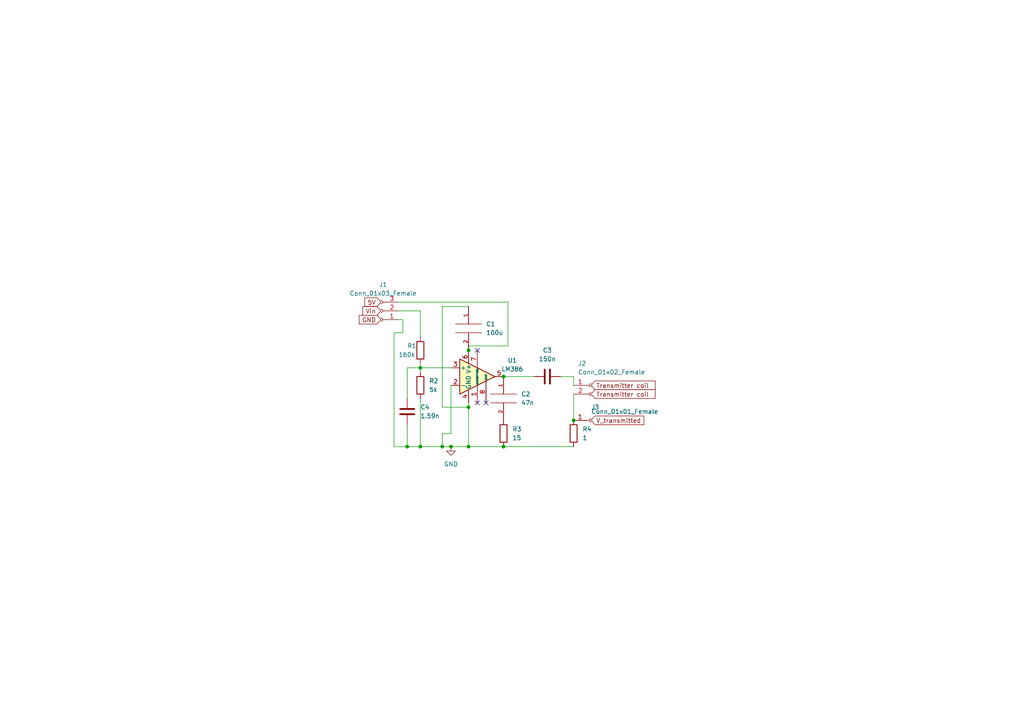
<source format=kicad_sch>
(kicad_sch (version 20211123) (generator eeschema)

  (uuid db80ce8c-85bb-424c-8aca-1537cec09f48)

  (paper "A4")

  (lib_symbols
    (symbol "Amplifier_Audio:LM386" (pin_names (offset 0.127)) (in_bom yes) (on_board yes)
      (property "Reference" "U" (id 0) (at 1.27 7.62 0)
        (effects (font (size 1.27 1.27)) (justify left))
      )
      (property "Value" "LM386" (id 1) (at 1.27 5.08 0)
        (effects (font (size 1.27 1.27)) (justify left))
      )
      (property "Footprint" "" (id 2) (at 2.54 2.54 0)
        (effects (font (size 1.27 1.27)) hide)
      )
      (property "Datasheet" "http://www.ti.com/lit/ds/symlink/lm386.pdf" (id 3) (at 5.08 5.08 0)
        (effects (font (size 1.27 1.27)) hide)
      )
      (property "ki_keywords" "single Power opamp" (id 4) (at 0 0 0)
        (effects (font (size 1.27 1.27)) hide)
      )
      (property "ki_description" "Low Voltage Audio Power Amplifier, DIP-8/SOIC-8/SSOP-8" (id 5) (at 0 0 0)
        (effects (font (size 1.27 1.27)) hide)
      )
      (property "ki_fp_filters" "SOIC*3.9x4.9mm*P1.27mm* DIP*W7.62mm* MSSOP*P0.65mm* TSSOP*3x3mm*P0.5mm*" (id 6) (at 0 0 0)
        (effects (font (size 1.27 1.27)) hide)
      )
      (symbol "LM386_0_1"
        (polyline
          (pts
            (xy 5.08 0)
            (xy -5.08 5.08)
            (xy -5.08 -5.08)
            (xy 5.08 0)
          )
          (stroke (width 0.254) (type default) (color 0 0 0 0))
          (fill (type background))
        )
      )
      (symbol "LM386_1_1"
        (pin input line (at 0 -7.62 90) (length 5.08)
          (name "GAIN" (effects (font (size 0.508 0.508))))
          (number "1" (effects (font (size 1.27 1.27))))
        )
        (pin input line (at -7.62 -2.54 0) (length 2.54)
          (name "-" (effects (font (size 1.27 1.27))))
          (number "2" (effects (font (size 1.27 1.27))))
        )
        (pin input line (at -7.62 2.54 0) (length 2.54)
          (name "+" (effects (font (size 1.27 1.27))))
          (number "3" (effects (font (size 1.27 1.27))))
        )
        (pin power_in line (at -2.54 -7.62 90) (length 3.81)
          (name "GND" (effects (font (size 1.27 1.27))))
          (number "4" (effects (font (size 1.27 1.27))))
        )
        (pin output line (at 7.62 0 180) (length 2.54)
          (name "~" (effects (font (size 1.27 1.27))))
          (number "5" (effects (font (size 1.27 1.27))))
        )
        (pin power_in line (at -2.54 7.62 270) (length 3.81)
          (name "V+" (effects (font (size 1.27 1.27))))
          (number "6" (effects (font (size 1.27 1.27))))
        )
        (pin input line (at 0 7.62 270) (length 5.08)
          (name "BYPASS" (effects (font (size 0.508 0.508))))
          (number "7" (effects (font (size 1.27 1.27))))
        )
        (pin input line (at 2.54 -7.62 90) (length 6.35)
          (name "GAIN" (effects (font (size 0.508 0.508))))
          (number "8" (effects (font (size 1.27 1.27))))
        )
      )
    )
    (symbol "Connector:Conn_01x01_Female" (pin_names (offset 1.016) hide) (in_bom yes) (on_board yes)
      (property "Reference" "J" (id 0) (at 0 2.54 0)
        (effects (font (size 1.27 1.27)))
      )
      (property "Value" "Conn_01x01_Female" (id 1) (at 0 -2.54 0)
        (effects (font (size 1.27 1.27)))
      )
      (property "Footprint" "" (id 2) (at 0 0 0)
        (effects (font (size 1.27 1.27)) hide)
      )
      (property "Datasheet" "~" (id 3) (at 0 0 0)
        (effects (font (size 1.27 1.27)) hide)
      )
      (property "ki_keywords" "connector" (id 4) (at 0 0 0)
        (effects (font (size 1.27 1.27)) hide)
      )
      (property "ki_description" "Generic connector, single row, 01x01, script generated (kicad-library-utils/schlib/autogen/connector/)" (id 5) (at 0 0 0)
        (effects (font (size 1.27 1.27)) hide)
      )
      (property "ki_fp_filters" "Connector*:*" (id 6) (at 0 0 0)
        (effects (font (size 1.27 1.27)) hide)
      )
      (symbol "Conn_01x01_Female_1_1"
        (polyline
          (pts
            (xy -1.27 0)
            (xy -0.508 0)
          )
          (stroke (width 0.1524) (type default) (color 0 0 0 0))
          (fill (type none))
        )
        (arc (start 0 0.508) (mid -0.508 0) (end 0 -0.508)
          (stroke (width 0.1524) (type default) (color 0 0 0 0))
          (fill (type none))
        )
        (pin passive line (at -5.08 0 0) (length 3.81)
          (name "Pin_1" (effects (font (size 1.27 1.27))))
          (number "1" (effects (font (size 1.27 1.27))))
        )
      )
    )
    (symbol "Connector:Conn_01x02_Female" (pin_names (offset 1.016) hide) (in_bom yes) (on_board yes)
      (property "Reference" "J" (id 0) (at 0 2.54 0)
        (effects (font (size 1.27 1.27)))
      )
      (property "Value" "Conn_01x02_Female" (id 1) (at 0 -5.08 0)
        (effects (font (size 1.27 1.27)))
      )
      (property "Footprint" "" (id 2) (at 0 0 0)
        (effects (font (size 1.27 1.27)) hide)
      )
      (property "Datasheet" "~" (id 3) (at 0 0 0)
        (effects (font (size 1.27 1.27)) hide)
      )
      (property "ki_keywords" "connector" (id 4) (at 0 0 0)
        (effects (font (size 1.27 1.27)) hide)
      )
      (property "ki_description" "Generic connector, single row, 01x02, script generated (kicad-library-utils/schlib/autogen/connector/)" (id 5) (at 0 0 0)
        (effects (font (size 1.27 1.27)) hide)
      )
      (property "ki_fp_filters" "Connector*:*_1x??_*" (id 6) (at 0 0 0)
        (effects (font (size 1.27 1.27)) hide)
      )
      (symbol "Conn_01x02_Female_1_1"
        (arc (start 0 -2.032) (mid -0.508 -2.54) (end 0 -3.048)
          (stroke (width 0.1524) (type default) (color 0 0 0 0))
          (fill (type none))
        )
        (polyline
          (pts
            (xy -1.27 -2.54)
            (xy -0.508 -2.54)
          )
          (stroke (width 0.1524) (type default) (color 0 0 0 0))
          (fill (type none))
        )
        (polyline
          (pts
            (xy -1.27 0)
            (xy -0.508 0)
          )
          (stroke (width 0.1524) (type default) (color 0 0 0 0))
          (fill (type none))
        )
        (arc (start 0 0.508) (mid -0.508 0) (end 0 -0.508)
          (stroke (width 0.1524) (type default) (color 0 0 0 0))
          (fill (type none))
        )
        (pin passive line (at -5.08 0 0) (length 3.81)
          (name "Pin_1" (effects (font (size 1.27 1.27))))
          (number "1" (effects (font (size 1.27 1.27))))
        )
        (pin passive line (at -5.08 -2.54 0) (length 3.81)
          (name "Pin_2" (effects (font (size 1.27 1.27))))
          (number "2" (effects (font (size 1.27 1.27))))
        )
      )
    )
    (symbol "Connector:Conn_01x03_Female" (pin_names (offset 1.016) hide) (in_bom yes) (on_board yes)
      (property "Reference" "J" (id 0) (at 0 5.08 0)
        (effects (font (size 1.27 1.27)))
      )
      (property "Value" "Conn_01x03_Female" (id 1) (at 0 -5.08 0)
        (effects (font (size 1.27 1.27)))
      )
      (property "Footprint" "" (id 2) (at 0 0 0)
        (effects (font (size 1.27 1.27)) hide)
      )
      (property "Datasheet" "~" (id 3) (at 0 0 0)
        (effects (font (size 1.27 1.27)) hide)
      )
      (property "ki_keywords" "connector" (id 4) (at 0 0 0)
        (effects (font (size 1.27 1.27)) hide)
      )
      (property "ki_description" "Generic connector, single row, 01x03, script generated (kicad-library-utils/schlib/autogen/connector/)" (id 5) (at 0 0 0)
        (effects (font (size 1.27 1.27)) hide)
      )
      (property "ki_fp_filters" "Connector*:*_1x??_*" (id 6) (at 0 0 0)
        (effects (font (size 1.27 1.27)) hide)
      )
      (symbol "Conn_01x03_Female_1_1"
        (arc (start 0 -2.032) (mid -0.508 -2.54) (end 0 -3.048)
          (stroke (width 0.1524) (type default) (color 0 0 0 0))
          (fill (type none))
        )
        (polyline
          (pts
            (xy -1.27 -2.54)
            (xy -0.508 -2.54)
          )
          (stroke (width 0.1524) (type default) (color 0 0 0 0))
          (fill (type none))
        )
        (polyline
          (pts
            (xy -1.27 0)
            (xy -0.508 0)
          )
          (stroke (width 0.1524) (type default) (color 0 0 0 0))
          (fill (type none))
        )
        (polyline
          (pts
            (xy -1.27 2.54)
            (xy -0.508 2.54)
          )
          (stroke (width 0.1524) (type default) (color 0 0 0 0))
          (fill (type none))
        )
        (arc (start 0 0.508) (mid -0.508 0) (end 0 -0.508)
          (stroke (width 0.1524) (type default) (color 0 0 0 0))
          (fill (type none))
        )
        (arc (start 0 3.048) (mid -0.508 2.54) (end 0 2.032)
          (stroke (width 0.1524) (type default) (color 0 0 0 0))
          (fill (type none))
        )
        (pin passive line (at -5.08 2.54 0) (length 3.81)
          (name "Pin_1" (effects (font (size 1.27 1.27))))
          (number "1" (effects (font (size 1.27 1.27))))
        )
        (pin passive line (at -5.08 0 0) (length 3.81)
          (name "Pin_2" (effects (font (size 1.27 1.27))))
          (number "2" (effects (font (size 1.27 1.27))))
        )
        (pin passive line (at -5.08 -2.54 0) (length 3.81)
          (name "Pin_3" (effects (font (size 1.27 1.27))))
          (number "3" (effects (font (size 1.27 1.27))))
        )
      )
    )
    (symbol "Device:C" (pin_numbers hide) (pin_names (offset 0.254)) (in_bom yes) (on_board yes)
      (property "Reference" "C" (id 0) (at 0.635 2.54 0)
        (effects (font (size 1.27 1.27)) (justify left))
      )
      (property "Value" "C" (id 1) (at 0.635 -2.54 0)
        (effects (font (size 1.27 1.27)) (justify left))
      )
      (property "Footprint" "" (id 2) (at 0.9652 -3.81 0)
        (effects (font (size 1.27 1.27)) hide)
      )
      (property "Datasheet" "~" (id 3) (at 0 0 0)
        (effects (font (size 1.27 1.27)) hide)
      )
      (property "ki_keywords" "cap capacitor" (id 4) (at 0 0 0)
        (effects (font (size 1.27 1.27)) hide)
      )
      (property "ki_description" "Unpolarized capacitor" (id 5) (at 0 0 0)
        (effects (font (size 1.27 1.27)) hide)
      )
      (property "ki_fp_filters" "C_*" (id 6) (at 0 0 0)
        (effects (font (size 1.27 1.27)) hide)
      )
      (symbol "C_0_1"
        (polyline
          (pts
            (xy -2.032 -0.762)
            (xy 2.032 -0.762)
          )
          (stroke (width 0.508) (type default) (color 0 0 0 0))
          (fill (type none))
        )
        (polyline
          (pts
            (xy -2.032 0.762)
            (xy 2.032 0.762)
          )
          (stroke (width 0.508) (type default) (color 0 0 0 0))
          (fill (type none))
        )
      )
      (symbol "C_1_1"
        (pin passive line (at 0 3.81 270) (length 2.794)
          (name "~" (effects (font (size 1.27 1.27))))
          (number "1" (effects (font (size 1.27 1.27))))
        )
        (pin passive line (at 0 -3.81 90) (length 2.794)
          (name "~" (effects (font (size 1.27 1.27))))
          (number "2" (effects (font (size 1.27 1.27))))
        )
      )
    )
    (symbol "Device:R" (pin_numbers hide) (pin_names (offset 0)) (in_bom yes) (on_board yes)
      (property "Reference" "R" (id 0) (at 2.032 0 90)
        (effects (font (size 1.27 1.27)))
      )
      (property "Value" "R" (id 1) (at 0 0 90)
        (effects (font (size 1.27 1.27)))
      )
      (property "Footprint" "" (id 2) (at -1.778 0 90)
        (effects (font (size 1.27 1.27)) hide)
      )
      (property "Datasheet" "~" (id 3) (at 0 0 0)
        (effects (font (size 1.27 1.27)) hide)
      )
      (property "ki_keywords" "R res resistor" (id 4) (at 0 0 0)
        (effects (font (size 1.27 1.27)) hide)
      )
      (property "ki_description" "Resistor" (id 5) (at 0 0 0)
        (effects (font (size 1.27 1.27)) hide)
      )
      (property "ki_fp_filters" "R_*" (id 6) (at 0 0 0)
        (effects (font (size 1.27 1.27)) hide)
      )
      (symbol "R_0_1"
        (rectangle (start -1.016 -2.54) (end 1.016 2.54)
          (stroke (width 0.254) (type default) (color 0 0 0 0))
          (fill (type none))
        )
      )
      (symbol "R_1_1"
        (pin passive line (at 0 3.81 270) (length 1.27)
          (name "~" (effects (font (size 1.27 1.27))))
          (number "1" (effects (font (size 1.27 1.27))))
        )
        (pin passive line (at 0 -3.81 90) (length 1.27)
          (name "~" (effects (font (size 1.27 1.27))))
          (number "2" (effects (font (size 1.27 1.27))))
        )
      )
    )
    (symbol "power:GND" (power) (pin_names (offset 0)) (in_bom yes) (on_board yes)
      (property "Reference" "#PWR" (id 0) (at 0 -6.35 0)
        (effects (font (size 1.27 1.27)) hide)
      )
      (property "Value" "GND" (id 1) (at 0 -3.81 0)
        (effects (font (size 1.27 1.27)))
      )
      (property "Footprint" "" (id 2) (at 0 0 0)
        (effects (font (size 1.27 1.27)) hide)
      )
      (property "Datasheet" "" (id 3) (at 0 0 0)
        (effects (font (size 1.27 1.27)) hide)
      )
      (property "ki_keywords" "power-flag" (id 4) (at 0 0 0)
        (effects (font (size 1.27 1.27)) hide)
      )
      (property "ki_description" "Power symbol creates a global label with name \"GND\" , ground" (id 5) (at 0 0 0)
        (effects (font (size 1.27 1.27)) hide)
      )
      (symbol "GND_0_1"
        (polyline
          (pts
            (xy 0 0)
            (xy 0 -1.27)
            (xy 1.27 -1.27)
            (xy 0 -2.54)
            (xy -1.27 -1.27)
            (xy 0 -1.27)
          )
          (stroke (width 0) (type default) (color 0 0 0 0))
          (fill (type none))
        )
      )
      (symbol "GND_1_1"
        (pin power_in line (at 0 0 270) (length 0) hide
          (name "GND" (effects (font (size 1.27 1.27))))
          (number "1" (effects (font (size 1.27 1.27))))
        )
      )
    )
    (symbol "pspice:CAP" (pin_names (offset 0.254)) (in_bom yes) (on_board yes)
      (property "Reference" "C" (id 0) (at 2.54 3.81 90)
        (effects (font (size 1.27 1.27)))
      )
      (property "Value" "CAP" (id 1) (at 2.54 -3.81 90)
        (effects (font (size 1.27 1.27)))
      )
      (property "Footprint" "" (id 2) (at 0 0 0)
        (effects (font (size 1.27 1.27)) hide)
      )
      (property "Datasheet" "~" (id 3) (at 0 0 0)
        (effects (font (size 1.27 1.27)) hide)
      )
      (property "ki_keywords" "simulation" (id 4) (at 0 0 0)
        (effects (font (size 1.27 1.27)) hide)
      )
      (property "ki_description" "Capacitor symbol for simulation only" (id 5) (at 0 0 0)
        (effects (font (size 1.27 1.27)) hide)
      )
      (symbol "CAP_0_1"
        (polyline
          (pts
            (xy -3.81 -1.27)
            (xy 3.81 -1.27)
          )
          (stroke (width 0) (type default) (color 0 0 0 0))
          (fill (type none))
        )
        (polyline
          (pts
            (xy -3.81 1.27)
            (xy 3.81 1.27)
          )
          (stroke (width 0) (type default) (color 0 0 0 0))
          (fill (type none))
        )
      )
      (symbol "CAP_1_1"
        (pin passive line (at 0 6.35 270) (length 5.08)
          (name "~" (effects (font (size 1.016 1.016))))
          (number "1" (effects (font (size 1.016 1.016))))
        )
        (pin passive line (at 0 -6.35 90) (length 5.08)
          (name "~" (effects (font (size 1.016 1.016))))
          (number "2" (effects (font (size 1.016 1.016))))
        )
      )
    )
  )

  (junction (at 135.89 129.54) (diameter 0) (color 0 0 0 0)
    (uuid 00d7f384-bb7b-4c5e-91b8-c26c2fcfadfb)
  )
  (junction (at 121.92 129.54) (diameter 0) (color 0 0 0 0)
    (uuid 14ee6a3b-de97-4ea6-9c80-ef4f08e64ed0)
  )
  (junction (at 135.89 101.6) (diameter 0) (color 0 0 0 0)
    (uuid 1ff84d28-bbfc-4797-8559-253f43fa17c1)
  )
  (junction (at 118.11 129.54) (diameter 0) (color 0 0 0 0)
    (uuid 4b047c62-89e8-470b-b0a6-72670fbfd2d3)
  )
  (junction (at 166.37 121.92) (diameter 0) (color 0 0 0 0)
    (uuid 61e5f8c4-1f91-4675-b531-2986eb2fe19e)
  )
  (junction (at 128.27 129.54) (diameter 0) (color 0 0 0 0)
    (uuid a67382d7-1b5f-444c-8ed8-9146c8f53e2a)
  )
  (junction (at 146.05 109.22) (diameter 0) (color 0 0 0 0)
    (uuid b85931bf-cd4c-4f28-a988-9e1ac736121e)
  )
  (junction (at 121.92 106.68) (diameter 0) (color 0 0 0 0)
    (uuid bacacacc-65d8-42c6-9ba6-88f59a8f5105)
  )
  (junction (at 146.05 129.54) (diameter 0) (color 0 0 0 0)
    (uuid c4ddacdc-dd2d-4c11-a162-79dc4e57114f)
  )
  (junction (at 130.81 129.54) (diameter 0) (color 0 0 0 0)
    (uuid caaa5a48-796f-451e-8df6-9a7b029e5ab3)
  )
  (junction (at 135.89 118.11) (diameter 0) (color 0 0 0 0)
    (uuid f89acac1-f660-4a7b-9eb7-e5b5253a3ec3)
  )

  (no_connect (at 138.43 101.6) (uuid 5c0936b7-1542-4ea3-8c4d-561458c88d75))
  (no_connect (at 140.97 116.84) (uuid 7733e05b-70bf-4fbb-8ede-a86d3d1fce78))
  (no_connect (at 138.43 116.84) (uuid 9f2275a5-c981-46c6-ac88-bcf09db74355))

  (wire (pts (xy 121.92 106.68) (xy 130.81 106.68))
    (stroke (width 0) (type default) (color 0 0 0 0))
    (uuid 011cedc7-a995-4635-8ae7-e5f8401b68eb)
  )
  (wire (pts (xy 121.92 129.54) (xy 128.27 129.54))
    (stroke (width 0) (type default) (color 0 0 0 0))
    (uuid 0e2a02f1-6e92-4579-82b8-7509344b69bf)
  )
  (wire (pts (xy 135.89 88.9) (xy 128.27 88.9))
    (stroke (width 0) (type default) (color 0 0 0 0))
    (uuid 0e822e22-d875-4eca-8a87-a98799cdc1ca)
  )
  (wire (pts (xy 118.11 123.19) (xy 118.11 129.54))
    (stroke (width 0) (type default) (color 0 0 0 0))
    (uuid 0f6802be-3f33-473c-8f05-a2de4d6002f5)
  )
  (wire (pts (xy 146.05 109.22) (xy 154.94 109.22))
    (stroke (width 0) (type default) (color 0 0 0 0))
    (uuid 156bd8a6-3718-4db7-8d11-119bbcd6474f)
  )
  (wire (pts (xy 115.57 87.63) (xy 147.32 87.63))
    (stroke (width 0) (type default) (color 0 0 0 0))
    (uuid 24cc970b-f654-4a86-8a3b-90044d3552ba)
  )
  (wire (pts (xy 121.92 106.68) (xy 121.92 107.95))
    (stroke (width 0) (type default) (color 0 0 0 0))
    (uuid 2f6ec48d-d217-416d-8d38-76d9eed85c87)
  )
  (wire (pts (xy 135.89 116.84) (xy 135.89 118.11))
    (stroke (width 0) (type default) (color 0 0 0 0))
    (uuid 35d28ee6-b909-46ba-8d71-3e5ac4e9a3f0)
  )
  (wire (pts (xy 135.89 100.33) (xy 147.32 100.33))
    (stroke (width 0) (type default) (color 0 0 0 0))
    (uuid 38dfa38b-f296-4134-a8fe-8a3108f6362f)
  )
  (wire (pts (xy 147.32 87.63) (xy 147.32 100.33))
    (stroke (width 0) (type default) (color 0 0 0 0))
    (uuid 3e0cb231-7474-4aae-bb6c-a798c3dd4fef)
  )
  (wire (pts (xy 130.81 129.54) (xy 135.89 129.54))
    (stroke (width 0) (type default) (color 0 0 0 0))
    (uuid 457f44d1-05de-47f9-902b-3ac3bc40f2a4)
  )
  (wire (pts (xy 121.92 97.79) (xy 121.92 90.17))
    (stroke (width 0) (type default) (color 0 0 0 0))
    (uuid 4abee1cb-66b2-4922-92ac-9213f9dcd27e)
  )
  (wire (pts (xy 128.27 88.9) (xy 128.27 118.11))
    (stroke (width 0) (type default) (color 0 0 0 0))
    (uuid 603e8fa6-1364-49cf-b763-5891d2d0fbc1)
  )
  (wire (pts (xy 135.89 129.54) (xy 146.05 129.54))
    (stroke (width 0) (type default) (color 0 0 0 0))
    (uuid 68db7cb9-9d95-4423-94fe-70e2e6d40620)
  )
  (wire (pts (xy 121.92 106.68) (xy 118.11 106.68))
    (stroke (width 0) (type default) (color 0 0 0 0))
    (uuid 6c3c4528-54a2-41d4-bed3-6814f3ef88a9)
  )
  (wire (pts (xy 128.27 125.73) (xy 128.27 129.54))
    (stroke (width 0) (type default) (color 0 0 0 0))
    (uuid 6d9213a9-9483-4b57-9e4f-5a4d5ca3dc82)
  )
  (wire (pts (xy 121.92 129.54) (xy 118.11 129.54))
    (stroke (width 0) (type default) (color 0 0 0 0))
    (uuid 8ac68a7d-2d12-432d-962c-651dca8743d5)
  )
  (wire (pts (xy 114.3 129.54) (xy 118.11 129.54))
    (stroke (width 0) (type default) (color 0 0 0 0))
    (uuid 8d2a23aa-2cea-451c-82a2-7be9b2fb315b)
  )
  (wire (pts (xy 128.27 129.54) (xy 130.81 129.54))
    (stroke (width 0) (type default) (color 0 0 0 0))
    (uuid 91a6ae1b-aff3-4a58-8339-2ab1f361e253)
  )
  (wire (pts (xy 114.3 96.52) (xy 116.84 96.52))
    (stroke (width 0) (type default) (color 0 0 0 0))
    (uuid 967b445c-f1da-4114-91e6-61a0f1a20c6f)
  )
  (wire (pts (xy 121.92 115.57) (xy 121.92 129.54))
    (stroke (width 0) (type default) (color 0 0 0 0))
    (uuid 96a7a043-7012-435c-b5b3-9711e665ce9e)
  )
  (wire (pts (xy 116.84 92.71) (xy 115.57 92.71))
    (stroke (width 0) (type default) (color 0 0 0 0))
    (uuid 96be2f4c-0583-49d9-860f-f40b1a7d313a)
  )
  (wire (pts (xy 130.81 111.76) (xy 130.81 125.73))
    (stroke (width 0) (type default) (color 0 0 0 0))
    (uuid 9b047cba-0ca2-4409-96cd-7bead661fa25)
  )
  (wire (pts (xy 146.05 129.54) (xy 166.37 129.54))
    (stroke (width 0) (type default) (color 0 0 0 0))
    (uuid ad3caed1-70af-42d3-b83f-5d6968957439)
  )
  (wire (pts (xy 135.89 100.33) (xy 135.89 101.6))
    (stroke (width 0) (type default) (color 0 0 0 0))
    (uuid afa9f59b-01fc-4b9e-acce-6f005c20a373)
  )
  (wire (pts (xy 121.92 105.41) (xy 121.92 106.68))
    (stroke (width 0) (type default) (color 0 0 0 0))
    (uuid b29c2d80-fedd-44f2-8e05-a79cefe09f9f)
  )
  (wire (pts (xy 162.56 109.22) (xy 166.37 109.22))
    (stroke (width 0) (type default) (color 0 0 0 0))
    (uuid b52ba6fc-f694-4c4f-a667-66c1759c11bc)
  )
  (wire (pts (xy 130.81 125.73) (xy 128.27 125.73))
    (stroke (width 0) (type default) (color 0 0 0 0))
    (uuid be628ef6-a86e-4ffa-9da7-c98747aa67e8)
  )
  (wire (pts (xy 114.3 129.54) (xy 114.3 96.52))
    (stroke (width 0) (type default) (color 0 0 0 0))
    (uuid c3acac21-361a-4c6c-a57e-3d5c80afd907)
  )
  (wire (pts (xy 166.37 109.22) (xy 166.37 111.76))
    (stroke (width 0) (type default) (color 0 0 0 0))
    (uuid d230e8a8-2fe2-4e5e-855e-fb99acada8de)
  )
  (wire (pts (xy 128.27 118.11) (xy 135.89 118.11))
    (stroke (width 0) (type default) (color 0 0 0 0))
    (uuid d7b33dc5-2fc4-4eb9-906e-c0be51e73e10)
  )
  (wire (pts (xy 121.92 90.17) (xy 115.57 90.17))
    (stroke (width 0) (type default) (color 0 0 0 0))
    (uuid d9a7db29-d181-4bff-b146-fdb03eb58b8c)
  )
  (wire (pts (xy 118.11 106.68) (xy 118.11 115.57))
    (stroke (width 0) (type default) (color 0 0 0 0))
    (uuid ddd6c8f2-2756-427a-966b-f7a63d5c0369)
  )
  (wire (pts (xy 135.89 118.11) (xy 135.89 129.54))
    (stroke (width 0) (type default) (color 0 0 0 0))
    (uuid e86251ba-d2ca-4b85-aa3b-d4e9106be9fb)
  )
  (wire (pts (xy 166.37 114.3) (xy 166.37 121.92))
    (stroke (width 0) (type default) (color 0 0 0 0))
    (uuid e9feaab9-4a80-4a6c-baab-35f3c41ef750)
  )
  (wire (pts (xy 116.84 96.52) (xy 116.84 92.71))
    (stroke (width 0) (type default) (color 0 0 0 0))
    (uuid f88b5fe3-0cf8-4dc3-acc6-b0a0f3447540)
  )

  (global_label "Transmitter coil " (shape input) (at 171.45 114.3 0) (fields_autoplaced)
    (effects (font (size 1.27 1.27)) (justify left))
    (uuid 25295c87-c58c-4fba-a413-0f3786c456fe)
    (property "Intersheet References" "${INTERSHEET_REFS}" (id 0) (at 190.0102 114.2206 0)
      (effects (font (size 1.27 1.27)) (justify left) hide)
    )
  )
  (global_label "GND" (shape input) (at 110.49 92.71 180) (fields_autoplaced)
    (effects (font (size 1.27 1.27)) (justify right))
    (uuid 5807ea10-6169-4270-99da-61a9e89b76b6)
    (property "Intersheet References" "${INTERSHEET_REFS}" (id 0) (at 104.2064 92.6306 0)
      (effects (font (size 1.27 1.27)) (justify right) hide)
    )
  )
  (global_label "5V" (shape input) (at 110.49 87.63 180) (fields_autoplaced)
    (effects (font (size 1.27 1.27)) (justify right))
    (uuid 8050fd21-3324-4680-a4a3-be8f3cf81869)
    (property "Intersheet References" "${INTERSHEET_REFS}" (id 0) (at 105.7788 87.5506 0)
      (effects (font (size 1.27 1.27)) (justify right) hide)
    )
  )
  (global_label "Transmitter coil " (shape input) (at 171.45 111.76 0) (fields_autoplaced)
    (effects (font (size 1.27 1.27)) (justify left))
    (uuid aa424275-4a43-4d6e-88eb-79a4656457d4)
    (property "Intersheet References" "${INTERSHEET_REFS}" (id 0) (at 190.0102 111.6806 0)
      (effects (font (size 1.27 1.27)) (justify left) hide)
    )
  )
  (global_label "V_transmitted" (shape input) (at 171.45 121.92 0) (fields_autoplaced)
    (effects (font (size 1.27 1.27)) (justify left))
    (uuid b120df34-0017-43af-b298-c9545557dcc9)
    (property "Intersheet References" "${INTERSHEET_REFS}" (id 0) (at 186.7445 121.8406 0)
      (effects (font (size 1.27 1.27)) (justify left) hide)
    )
  )
  (global_label "Vin" (shape input) (at 110.49 90.17 180) (fields_autoplaced)
    (effects (font (size 1.27 1.27)) (justify right))
    (uuid fda12630-b8fc-4a60-9c5c-45c67351af80)
    (property "Intersheet References" "${INTERSHEET_REFS}" (id 0) (at 105.2345 90.0906 0)
      (effects (font (size 1.27 1.27)) (justify right) hide)
    )
  )

  (symbol (lib_id "Device:C") (at 118.11 119.38 180) (unit 1)
    (in_bom yes) (on_board yes) (fields_autoplaced)
    (uuid 0858112c-3160-47f0-a962-fafd94a6300b)
    (property "Reference" "C4" (id 0) (at 121.92 118.1099 0)
      (effects (font (size 1.27 1.27)) (justify right))
    )
    (property "Value" "1.59n" (id 1) (at 121.92 120.6499 0)
      (effects (font (size 1.27 1.27)) (justify right))
    )
    (property "Footprint" "Capacitor_THT:C_Rect_L7.2mm_W7.2mm_P5.00mm_FKS2_FKP2_MKS2_MKP2" (id 2) (at 117.1448 115.57 0)
      (effects (font (size 1.27 1.27)) hide)
    )
    (property "Datasheet" "~" (id 3) (at 118.11 119.38 0)
      (effects (font (size 1.27 1.27)) hide)
    )
    (pin "1" (uuid e9e972f7-0551-4b63-ac2c-85bbd206b0d3))
    (pin "2" (uuid 51290bf5-4c23-4e81-a703-12d073856a25))
  )

  (symbol (lib_id "Connector:Conn_01x03_Female") (at 110.49 90.17 180) (unit 1)
    (in_bom yes) (on_board yes) (fields_autoplaced)
    (uuid 1c2df619-85b8-4c71-861f-e8cadc9927b9)
    (property "Reference" "J1" (id 0) (at 111.125 82.55 0))
    (property "Value" "Conn_01x03_Female" (id 1) (at 111.125 85.09 0))
    (property "Footprint" "Connector_PinSocket_2.54mm:PinSocket_1x03_P2.54mm_Vertical" (id 2) (at 110.49 90.17 0)
      (effects (font (size 1.27 1.27)) hide)
    )
    (property "Datasheet" "~" (id 3) (at 110.49 90.17 0)
      (effects (font (size 1.27 1.27)) hide)
    )
    (pin "1" (uuid c17c98f5-c396-4a1c-9e70-fbbd93b7e4d1))
    (pin "2" (uuid 1580fc7e-31c9-432a-8bb0-a9a760ac2e68))
    (pin "3" (uuid 1b1c9e82-ca13-4a47-9715-f0bb75e429ac))
  )

  (symbol (lib_id "pspice:CAP") (at 135.89 95.25 0) (unit 1)
    (in_bom yes) (on_board yes) (fields_autoplaced)
    (uuid 2b56a74b-4d81-4f6c-8d87-b8815fb880a0)
    (property "Reference" "C1" (id 0) (at 140.97 93.9799 0)
      (effects (font (size 1.27 1.27)) (justify left))
    )
    (property "Value" "100u" (id 1) (at 140.97 96.5199 0)
      (effects (font (size 1.27 1.27)) (justify left))
    )
    (property "Footprint" "Capacitor_THT:CP_Radial_D8.0mm_P5.00mm" (id 2) (at 135.89 95.25 0)
      (effects (font (size 1.27 1.27)) hide)
    )
    (property "Datasheet" "~" (id 3) (at 135.89 95.25 0)
      (effects (font (size 1.27 1.27)) hide)
    )
    (pin "1" (uuid 151cf9ae-c15c-43dc-a932-1a44c6d62f0f))
    (pin "2" (uuid 809b0e89-292f-4ffb-bdd4-99c8756b1c64))
  )

  (symbol (lib_id "Connector:Conn_01x01_Female") (at 171.45 121.92 0) (unit 1)
    (in_bom yes) (on_board yes)
    (uuid 478004d9-38d9-4ecf-82b9-56ecea35edb0)
    (property "Reference" "J3" (id 0) (at 171.45 118.11 0)
      (effects (font (size 1.27 1.27)) (justify left))
    )
    (property "Value" "Conn_01x01_Female" (id 1) (at 171.45 119.38 0)
      (effects (font (size 1.27 1.27)) (justify left))
    )
    (property "Footprint" "Connector_PinSocket_2.00mm:PinSocket_1x01_P2.00mm_Vertical" (id 2) (at 171.45 121.92 0)
      (effects (font (size 1.27 1.27)) hide)
    )
    (property "Datasheet" "~" (id 3) (at 171.45 121.92 0)
      (effects (font (size 1.27 1.27)) hide)
    )
    (pin "1" (uuid 0c4c1235-03bc-413f-88cd-7025c0b2ece0))
  )

  (symbol (lib_id "Device:R") (at 166.37 125.73 0) (unit 1)
    (in_bom yes) (on_board yes) (fields_autoplaced)
    (uuid 47b153c4-aa31-46f1-99ff-0f8ff47b6668)
    (property "Reference" "R4" (id 0) (at 168.91 124.4599 0)
      (effects (font (size 1.27 1.27)) (justify left))
    )
    (property "Value" "1" (id 1) (at 168.91 126.9999 0)
      (effects (font (size 1.27 1.27)) (justify left))
    )
    (property "Footprint" "Resistor_THT:R_Axial_DIN0204_L3.6mm_D1.6mm_P5.08mm_Horizontal" (id 2) (at 164.592 125.73 90)
      (effects (font (size 1.27 1.27)) hide)
    )
    (property "Datasheet" "~" (id 3) (at 166.37 125.73 0)
      (effects (font (size 1.27 1.27)) hide)
    )
    (pin "1" (uuid 0fca799b-5ce5-4a98-b4be-1b82a774c2a1))
    (pin "2" (uuid 3ab69457-1047-4115-adaa-97369a8e84fd))
  )

  (symbol (lib_id "pspice:CAP") (at 146.05 115.57 0) (unit 1)
    (in_bom yes) (on_board yes) (fields_autoplaced)
    (uuid 60894dc9-118d-42e7-9b90-ece98226f76f)
    (property "Reference" "C2" (id 0) (at 151.13 114.2999 0)
      (effects (font (size 1.27 1.27)) (justify left))
    )
    (property "Value" "47n" (id 1) (at 151.13 116.8399 0)
      (effects (font (size 1.27 1.27)) (justify left))
    )
    (property "Footprint" "Capacitor_THT:C_Rect_L9.0mm_W4.2mm_P7.50mm_MKT" (id 2) (at 146.05 115.57 0)
      (effects (font (size 1.27 1.27)) hide)
    )
    (property "Datasheet" "~" (id 3) (at 146.05 115.57 0)
      (effects (font (size 1.27 1.27)) hide)
    )
    (pin "1" (uuid 93047ea4-3818-4083-99a5-361e848424fe))
    (pin "2" (uuid 0ddc3714-adf6-40cb-a67f-03098c0853f1))
  )

  (symbol (lib_id "Amplifier_Audio:LM386") (at 138.43 109.22 0) (unit 1)
    (in_bom yes) (on_board yes) (fields_autoplaced)
    (uuid 612a98c6-9487-4cd7-b655-8457be45e22a)
    (property "Reference" "U1" (id 0) (at 148.59 104.521 0))
    (property "Value" "LM386" (id 1) (at 148.59 107.061 0))
    (property "Footprint" "Package_DIP:DIP-8_W7.62mm" (id 2) (at 140.97 106.68 0)
      (effects (font (size 1.27 1.27)) hide)
    )
    (property "Datasheet" "http://www.ti.com/lit/ds/symlink/lm386.pdf" (id 3) (at 143.51 104.14 0)
      (effects (font (size 1.27 1.27)) hide)
    )
    (pin "1" (uuid d4eba574-4042-416b-bc0b-bcac0da5be0e))
    (pin "2" (uuid 5edbc7df-8e96-452b-91dd-1ca8a20057cc))
    (pin "3" (uuid a8b8d7a7-54db-4243-9c32-839b2d061383))
    (pin "4" (uuid 2a2a1663-4abe-46cf-a83b-67adc83ee135))
    (pin "5" (uuid 6467fe6f-2fcf-4acc-966c-e77cb68dda25))
    (pin "6" (uuid 9305ce36-d219-4a2e-99f0-ba3ec92a6275))
    (pin "7" (uuid 00ddf702-5fcc-49d5-8c42-25f323e9610a))
    (pin "8" (uuid 42f2245b-42e0-45e1-89a1-ae94d4bbf749))
  )

  (symbol (lib_id "Device:C") (at 158.75 109.22 90) (unit 1)
    (in_bom yes) (on_board yes) (fields_autoplaced)
    (uuid 80853bec-a6b2-4271-8ba1-2e11c2d685ac)
    (property "Reference" "C3" (id 0) (at 158.75 101.6 90))
    (property "Value" "150n" (id 1) (at 158.75 104.14 90))
    (property "Footprint" "Capacitor_THT:CP_Radial_D8.0mm_P3.80mm" (id 2) (at 162.56 108.2548 0)
      (effects (font (size 1.27 1.27)) hide)
    )
    (property "Datasheet" "~" (id 3) (at 158.75 109.22 0)
      (effects (font (size 1.27 1.27)) hide)
    )
    (pin "1" (uuid 7dedec68-447b-4ac7-850b-a41047ce8e55))
    (pin "2" (uuid 1bd1f5ba-9b6a-4827-b7e4-d02e61b1b8d6))
  )

  (symbol (lib_id "Connector:Conn_01x02_Female") (at 171.45 111.76 0) (unit 1)
    (in_bom yes) (on_board yes)
    (uuid 90092193-c011-4551-8920-c978b7a5576b)
    (property "Reference" "J2" (id 0) (at 167.64 105.41 0)
      (effects (font (size 1.27 1.27)) (justify left))
    )
    (property "Value" "Conn_01x02_Female" (id 1) (at 167.64 107.95 0)
      (effects (font (size 1.27 1.27)) (justify left))
    )
    (property "Footprint" "Connector_PinSocket_2.00mm:PinSocket_1x02_P2.00mm_Vertical" (id 2) (at 171.45 111.76 0)
      (effects (font (size 1.27 1.27)) hide)
    )
    (property "Datasheet" "~" (id 3) (at 171.45 111.76 0)
      (effects (font (size 1.27 1.27)) hide)
    )
    (pin "1" (uuid 95c15fc7-1459-4458-9f86-56e7d26edab4))
    (pin "2" (uuid 8984e074-f224-41c0-97a3-5306f3ffba6e))
  )

  (symbol (lib_id "Device:R") (at 121.92 111.76 0) (unit 1)
    (in_bom yes) (on_board yes) (fields_autoplaced)
    (uuid ab16f47e-0136-4ca5-b3cc-421fd48460ce)
    (property "Reference" "R2" (id 0) (at 124.46 110.4899 0)
      (effects (font (size 1.27 1.27)) (justify left))
    )
    (property "Value" "5k" (id 1) (at 124.46 113.0299 0)
      (effects (font (size 1.27 1.27)) (justify left))
    )
    (property "Footprint" "Resistor_THT:R_Axial_DIN0204_L3.6mm_D1.6mm_P5.08mm_Horizontal" (id 2) (at 120.142 111.76 90)
      (effects (font (size 1.27 1.27)) hide)
    )
    (property "Datasheet" "~" (id 3) (at 121.92 111.76 0)
      (effects (font (size 1.27 1.27)) hide)
    )
    (pin "1" (uuid 2ea1f6d8-330d-4d64-81f0-d7df39934f38))
    (pin "2" (uuid cf206c4e-9bd1-4204-bf56-b4a2eb0c8235))
  )

  (symbol (lib_id "Device:R") (at 121.92 101.6 0) (unit 1)
    (in_bom yes) (on_board yes)
    (uuid afae6f83-0ac7-4059-b66b-eeefaaaa4c92)
    (property "Reference" "R1" (id 0) (at 118.11 100.33 0)
      (effects (font (size 1.27 1.27)) (justify left))
    )
    (property "Value" "160k" (id 1) (at 115.57 102.87 0)
      (effects (font (size 1.27 1.27)) (justify left))
    )
    (property "Footprint" "Resistor_THT:R_Axial_DIN0204_L3.6mm_D1.6mm_P5.08mm_Horizontal" (id 2) (at 120.142 101.6 90)
      (effects (font (size 1.27 1.27)) hide)
    )
    (property "Datasheet" "~" (id 3) (at 121.92 101.6 0)
      (effects (font (size 1.27 1.27)) hide)
    )
    (pin "1" (uuid b6069380-8ffd-4d0c-9ad8-31f07563b5b1))
    (pin "2" (uuid 58ab99c4-9b38-476b-b546-9a9c6b008432))
  )

  (symbol (lib_id "Device:R") (at 146.05 125.73 0) (unit 1)
    (in_bom yes) (on_board yes) (fields_autoplaced)
    (uuid bfc51766-9cbe-4a24-98e1-5bf34015f320)
    (property "Reference" "R3" (id 0) (at 148.59 124.4599 0)
      (effects (font (size 1.27 1.27)) (justify left))
    )
    (property "Value" "15" (id 1) (at 148.59 126.9999 0)
      (effects (font (size 1.27 1.27)) (justify left))
    )
    (property "Footprint" "Resistor_THT:R_Axial_DIN0204_L3.6mm_D1.6mm_P5.08mm_Horizontal" (id 2) (at 144.272 125.73 90)
      (effects (font (size 1.27 1.27)) hide)
    )
    (property "Datasheet" "~" (id 3) (at 146.05 125.73 0)
      (effects (font (size 1.27 1.27)) hide)
    )
    (pin "1" (uuid c1e647e5-af5f-47c6-ae76-3df845551331))
    (pin "2" (uuid 3c733098-8c5b-4162-9fd0-9e2ba01b2aab))
  )

  (symbol (lib_id "power:GND") (at 130.81 129.54 0) (unit 1)
    (in_bom yes) (on_board yes) (fields_autoplaced)
    (uuid f7e88caf-d39a-4e03-8f0d-f2b30c8b7822)
    (property "Reference" "#PWR?" (id 0) (at 130.81 135.89 0)
      (effects (font (size 1.27 1.27)) hide)
    )
    (property "Value" "GND" (id 1) (at 130.81 134.62 0))
    (property "Footprint" "" (id 2) (at 130.81 129.54 0)
      (effects (font (size 1.27 1.27)) hide)
    )
    (property "Datasheet" "" (id 3) (at 130.81 129.54 0)
      (effects (font (size 1.27 1.27)) hide)
    )
    (pin "1" (uuid 997468e9-cd5f-4d0f-89c2-c70aac987a38))
  )

  (sheet_instances
    (path "/" (page "1"))
  )

  (symbol_instances
    (path "/f7e88caf-d39a-4e03-8f0d-f2b30c8b7822"
      (reference "#PWR?") (unit 1) (value "GND") (footprint "")
    )
    (path "/2b56a74b-4d81-4f6c-8d87-b8815fb880a0"
      (reference "C1") (unit 1) (value "100u") (footprint "Capacitor_THT:CP_Radial_D8.0mm_P5.00mm")
    )
    (path "/60894dc9-118d-42e7-9b90-ece98226f76f"
      (reference "C2") (unit 1) (value "47n") (footprint "Capacitor_THT:C_Rect_L9.0mm_W4.2mm_P7.50mm_MKT")
    )
    (path "/80853bec-a6b2-4271-8ba1-2e11c2d685ac"
      (reference "C3") (unit 1) (value "150n") (footprint "Capacitor_THT:CP_Radial_D8.0mm_P3.80mm")
    )
    (path "/0858112c-3160-47f0-a962-fafd94a6300b"
      (reference "C4") (unit 1) (value "1.59n") (footprint "Capacitor_THT:C_Rect_L7.2mm_W7.2mm_P5.00mm_FKS2_FKP2_MKS2_MKP2")
    )
    (path "/1c2df619-85b8-4c71-861f-e8cadc9927b9"
      (reference "J1") (unit 1) (value "Conn_01x03_Female") (footprint "Connector_PinSocket_2.54mm:PinSocket_1x03_P2.54mm_Vertical")
    )
    (path "/90092193-c011-4551-8920-c978b7a5576b"
      (reference "J2") (unit 1) (value "Conn_01x02_Female") (footprint "Connector_PinSocket_2.00mm:PinSocket_1x02_P2.00mm_Vertical")
    )
    (path "/478004d9-38d9-4ecf-82b9-56ecea35edb0"
      (reference "J3") (unit 1) (value "Conn_01x01_Female") (footprint "Connector_PinSocket_2.00mm:PinSocket_1x01_P2.00mm_Vertical")
    )
    (path "/afae6f83-0ac7-4059-b66b-eeefaaaa4c92"
      (reference "R1") (unit 1) (value "160k") (footprint "Resistor_THT:R_Axial_DIN0204_L3.6mm_D1.6mm_P5.08mm_Horizontal")
    )
    (path "/ab16f47e-0136-4ca5-b3cc-421fd48460ce"
      (reference "R2") (unit 1) (value "5k") (footprint "Resistor_THT:R_Axial_DIN0204_L3.6mm_D1.6mm_P5.08mm_Horizontal")
    )
    (path "/bfc51766-9cbe-4a24-98e1-5bf34015f320"
      (reference "R3") (unit 1) (value "15") (footprint "Resistor_THT:R_Axial_DIN0204_L3.6mm_D1.6mm_P5.08mm_Horizontal")
    )
    (path "/47b153c4-aa31-46f1-99ff-0f8ff47b6668"
      (reference "R4") (unit 1) (value "1") (footprint "Resistor_THT:R_Axial_DIN0204_L3.6mm_D1.6mm_P5.08mm_Horizontal")
    )
    (path "/612a98c6-9487-4cd7-b655-8457be45e22a"
      (reference "U1") (unit 1) (value "LM386") (footprint "Package_DIP:DIP-8_W7.62mm")
    )
  )
)

</source>
